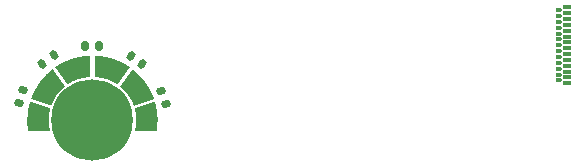
<source format=gtp>
%TF.GenerationSoftware,KiCad,Pcbnew,9.0.3*%
%TF.CreationDate,2025-08-12T19:27:09+03:00*%
%TF.ProjectId,Left,4c656674-2e6b-4696-9361-645f70636258,rev?*%
%TF.SameCoordinates,Original*%
%TF.FileFunction,Paste,Top*%
%TF.FilePolarity,Positive*%
%FSLAX46Y46*%
G04 Gerber Fmt 4.6, Leading zero omitted, Abs format (unit mm)*
G04 Created by KiCad (PCBNEW 9.0.3) date 2025-08-12 19:27:09*
%MOMM*%
%LPD*%
G01*
G04 APERTURE LIST*
G04 Aperture macros list*
%AMRoundRect*
0 Rectangle with rounded corners*
0 $1 Rounding radius*
0 $2 $3 $4 $5 $6 $7 $8 $9 X,Y pos of 4 corners*
0 Add a 4 corners polygon primitive as box body*
4,1,4,$2,$3,$4,$5,$6,$7,$8,$9,$2,$3,0*
0 Add four circle primitives for the rounded corners*
1,1,$1+$1,$2,$3*
1,1,$1+$1,$4,$5*
1,1,$1+$1,$6,$7*
1,1,$1+$1,$8,$9*
0 Add four rect primitives between the rounded corners*
20,1,$1+$1,$2,$3,$4,$5,0*
20,1,$1+$1,$4,$5,$6,$7,0*
20,1,$1+$1,$6,$7,$8,$9,0*
20,1,$1+$1,$8,$9,$2,$3,0*%
%AMFreePoly0*
4,1,7,0.150000,0.290000,0.150000,-0.330000,-0.150000,-0.330000,-0.150000,0.290000,-0.070000,0.330000,0.070000,0.330000,0.150000,0.290000,0.150000,0.290000,$1*%
%AMFreePoly1*
4,1,7,0.150000,-0.190000,0.070000,-0.230000,-0.070000,-0.230000,-0.150000,-0.190000,-0.150000,0.230000,0.150000,0.230000,0.150000,-0.190000,0.150000,-0.190000,$1*%
%AMFreePoly2*
4,1,24,1.023536,0.953536,1.025000,0.950000,1.024903,0.949019,0.934970,0.499355,0.905008,0.000000,0.934970,-0.499355,1.034903,-0.999019,1.034160,-1.002774,1.031539,-1.004757,-0.668461,-1.554757,-0.672276,-1.554452,-0.674757,-1.551539,-0.674881,-1.551085,-0.854881,-0.741085,-0.854989,-0.740337,-0.904989,-0.000337,-0.904986,0.000374,-0.844986,0.800374,-0.844956,0.800661,-0.824956,0.950661,
-0.823037,0.953972,-0.820000,0.955000,1.020000,0.955000,1.023536,0.953536,1.023536,0.953536,$1*%
%AMFreePoly3*
4,1,24,-0.668462,1.554757,1.031539,1.004757,1.034452,1.002276,1.034903,0.999019,0.934970,0.499355,0.905008,0.000000,0.934970,-0.499355,1.034903,-0.999019,1.034160,-1.002774,1.031539,-1.004757,-0.668461,-1.554757,-0.672276,-1.554452,-0.674757,-1.551539,-0.674881,-1.551085,-0.854881,-0.741085,-0.854989,-0.740337,-0.904989,-0.000337,-0.904986,0.000374,-0.844986,0.800374,-0.844876,0.801105,
-0.674876,1.551105,-0.672667,1.554230,-0.668896,1.554876,-0.668462,1.554757,-0.668462,1.554757,$1*%
%AMFreePoly4*
4,1,27,0.393786,1.673266,0.394059,1.672919,1.444059,0.212919,1.444935,0.209194,1.443334,0.206274,1.063594,-0.133492,0.734066,-0.522935,0.484435,-0.932330,0.274565,-1.402040,0.271786,-1.404670,0.268444,-1.404752,-1.441556,-0.844752,-1.444460,-0.842260,-1.444752,-0.838444,-1.444572,-0.837975,-1.134572,-0.137975,-1.134260,-0.137383,-0.802997,0.401880,-0.793729,0.424257,-0.738222,0.507327,
-0.704260,0.562617,-0.703780,0.563273,-0.123780,1.233273,-0.123266,1.233786,0.386734,1.673786,0.390367,1.674986,0.393786,1.673266,0.393786,1.673266,$1*%
%AMFreePoly5*
4,1,24,-0.668461,1.554757,1.031539,1.004757,1.034452,1.002276,1.034903,0.999019,0.934970,0.499355,0.905011,0.000035,0.934970,-0.409408,1.024932,-0.949178,1.024069,-0.952906,1.020822,-0.954932,1.020000,-0.955000,-0.820000,-0.955000,-0.823536,-0.953536,-0.824954,-0.950680,-0.894954,-0.440680,-0.894999,-0.440114,-0.904999,-0.000114,-0.904986,0.000374,-0.844986,0.800374,-0.844876,0.801105,
-0.674876,1.551105,-0.672667,1.554230,-0.668895,1.554876,-0.668461,1.554757,-0.668461,1.554757,$1*%
G04 Aperture macros list end*
%ADD10RoundRect,0.150000X-0.025594X0.290422X-0.268299X0.114086X0.025594X-0.290422X0.268299X-0.114086X0*%
%ADD11RoundRect,0.150000X0.268299X0.114086X0.025594X0.290422X-0.268299X-0.114086X-0.025594X-0.290422X0*%
%ADD12RoundRect,0.150000X0.150000X0.250000X-0.150000X0.250000X-0.150000X-0.250000X0.150000X-0.250000X0*%
%ADD13RoundRect,0.150000X-0.191412X0.219913X-0.284117X-0.065404X0.191412X-0.219913X0.284117X0.065404X0*%
%ADD14FreePoly0,90.000000*%
%ADD15FreePoly1,90.000000*%
%ADD16RoundRect,0.150000X0.284117X-0.065404X0.191412X0.219913X-0.284117X0.065404X-0.191412X-0.219913X0*%
%ADD17FreePoly2,180.000000*%
%ADD18FreePoly3,216.000000*%
%ADD19FreePoly3,252.000000*%
%ADD20FreePoly3,288.000000*%
%ADD21FreePoly4,0.000000*%
%ADD22FreePoly5,0.000000*%
%ADD23C,6.900000*%
%ADD24C,1.000000*%
G04 APERTURE END LIST*
D10*
%TO.C,R4*%
X105255410Y-94457329D03*
X104276500Y-95168549D03*
%TD*%
D11*
%TO.C,R2*%
X112725410Y-95182671D03*
X111746500Y-94471451D03*
%TD*%
D12*
%TO.C,R3*%
X109080000Y-93620000D03*
X107870000Y-93620000D03*
%TD*%
D13*
%TO.C,R5*%
X102675410Y-97349366D03*
X102301500Y-98500144D03*
%TD*%
D14*
%TO.C,J1*%
X148670000Y-96820000D03*
D15*
X148000000Y-96572000D03*
D14*
X148670000Y-96324615D03*
D15*
X148000000Y-96076667D03*
D14*
X148670000Y-95829231D03*
D15*
X148000000Y-95581333D03*
D14*
X148670000Y-95333846D03*
D15*
X148000000Y-95086000D03*
D14*
X148670000Y-94838462D03*
D15*
X148000000Y-94590667D03*
D14*
X148670000Y-94343077D03*
D15*
X148000000Y-94095333D03*
D14*
X148670000Y-93847692D03*
D15*
X148000000Y-93600000D03*
D14*
X148670000Y-93352308D03*
D15*
X148000000Y-93104667D03*
D14*
X148670000Y-92856923D03*
D15*
X148000000Y-92609333D03*
D14*
X148670000Y-92361538D03*
D15*
X148000000Y-92114000D03*
D14*
X148670000Y-91866154D03*
D15*
X148000000Y-91618667D03*
D14*
X148670000Y-91370769D03*
D15*
X148000000Y-91123333D03*
D14*
X148670000Y-90875385D03*
D15*
X148000000Y-90628000D03*
D14*
X148670000Y-90380000D03*
%TD*%
D16*
%TO.C,R1*%
X114725410Y-98590634D03*
X114351500Y-97439856D03*
%TD*%
D17*
%TO.C,SW1*%
X113120000Y-99950000D03*
D18*
X112260000Y-97260000D03*
D19*
X109970000Y-95580000D03*
D20*
X107070000Y-95580000D03*
D21*
X104780000Y-97260000D03*
D22*
X103920000Y-99950000D03*
D23*
X108520000Y-99950000D03*
D24*
X111290000Y-100980000D03*
%TD*%
M02*

</source>
